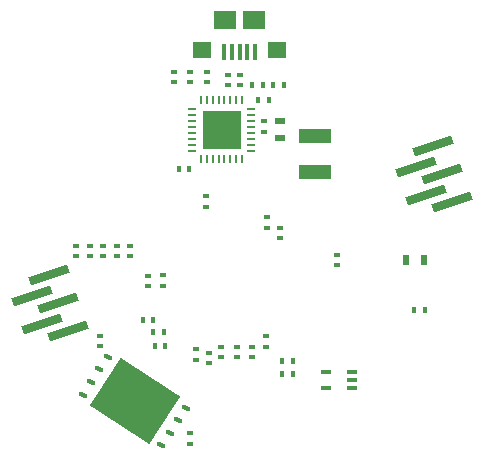
<source format=gbp>
%FSLAX24Y24*%
%MOIN*%
G70*
G01*
G75*
G04 Layer_Color=128*
%ADD10C,0.0080*%
%ADD11R,0.0650X0.1122*%
%ADD12R,0.0354X0.0118*%
G04:AMPARAMS|DCode=13|XSize=29.9mil|YSize=50mil|CornerRadius=0mil|HoleSize=0mil|Usage=FLASHONLY|Rotation=327.000|XOffset=0mil|YOffset=0mil|HoleType=Round|Shape=Rectangle|*
%AMROTATEDRECTD13*
4,1,4,-0.0262,-0.0128,0.0011,0.0291,0.0262,0.0128,-0.0011,-0.0291,-0.0262,-0.0128,0.0*
%
%ADD13ROTATEDRECTD13*%

%ADD14R,0.2598X0.2598*%
%ADD15O,0.0354X0.0098*%
%ADD16O,0.0098X0.0354*%
%ADD17O,0.0098X0.0335*%
%ADD18O,0.0335X0.0098*%
%ADD19R,0.1417X0.1417*%
G04:AMPARAMS|DCode=20|XSize=50mil|YSize=100mil|CornerRadius=0mil|HoleSize=0mil|Usage=FLASHONLY|Rotation=56.000|XOffset=0mil|YOffset=0mil|HoleType=Round|Shape=Rectangle|*
%AMROTATEDRECTD20*
4,1,4,0.0275,-0.0487,-0.0554,0.0072,-0.0275,0.0487,0.0554,-0.0072,0.0275,-0.0487,0.0*
%
%ADD20ROTATEDRECTD20*%

%ADD21R,0.0276X0.0079*%
%ADD22R,0.0157X0.0236*%
%ADD23R,0.0591X0.1024*%
%ADD24R,0.0236X0.0157*%
%ADD25R,0.0138X0.0217*%
%ADD26R,0.0335X0.0118*%
%ADD27R,0.0197X0.0315*%
%ADD28R,0.0551X0.0453*%
%ADD29R,0.0197X0.0354*%
%ADD30R,0.0394X0.0197*%
%ADD31R,0.0374X0.0335*%
%ADD32R,0.2126X0.0374*%
%ADD33R,0.1378X0.0768*%
%ADD34R,0.0984X0.1260*%
G04:AMPARAMS|DCode=35|XSize=28.7mil|YSize=135mil|CornerRadius=0mil|HoleSize=0mil|Usage=FLASHONLY|Rotation=108.600|XOffset=0mil|YOffset=0mil|HoleType=Round|Shape=Rectangle|*
%AMROTATEDRECTD35*
4,1,4,0.0686,0.0079,-0.0594,-0.0352,-0.0686,-0.0079,0.0594,0.0352,0.0686,0.0079,0.0*
%
%ADD35ROTATEDRECTD35*%

%ADD36C,0.0130*%
%ADD37C,0.0060*%
%ADD38C,0.0200*%
%ADD39C,0.0100*%
%ADD40C,0.0300*%
%ADD41C,0.0123*%
%ADD42C,0.0630*%
%ADD43R,0.0591X0.0591*%
%ADD44C,0.0591*%
%ADD45C,0.0217*%
%ADD46C,0.0315*%
%ADD47C,0.0200*%
%ADD48C,0.0400*%
%ADD49C,0.0300*%
%ADD50C,0.0220*%
%ADD51R,0.0354X0.0157*%
%ADD52O,0.0315X0.0098*%
%ADD53O,0.0098X0.0315*%
%ADD54R,0.1299X0.1299*%
G04:AMPARAMS|DCode=55|XSize=189mil|YSize=236.2mil|CornerRadius=0mil|HoleSize=0mil|Usage=FLASHONLY|Rotation=237.000|XOffset=0mil|YOffset=0mil|HoleType=Round|Shape=Rectangle|*
%AMROTATEDRECTD55*
4,1,4,-0.0476,0.1436,0.1505,0.0149,0.0476,-0.1436,-0.1505,-0.0149,-0.0476,0.1436,0.0*
%
%ADD55ROTATEDRECTD55*%

G04:AMPARAMS|DCode=56|XSize=15.7mil|YSize=31.5mil|CornerRadius=0mil|HoleSize=0mil|Usage=FLASHONLY|Rotation=237.000|XOffset=0mil|YOffset=0mil|HoleType=Round|Shape=Round|*
%AMOVALD56*
21,1,0.0157,0.0157,0.0000,0.0000,327.0*
1,1,0.0157,-0.0066,0.0043*
1,1,0.0157,0.0066,-0.0043*
%
%ADD56OVALD56*%

%ADD57R,0.1102X0.0492*%
%ADD58R,0.0157X0.0532*%
%ADD59R,0.0748X0.0630*%
%ADD60R,0.0630X0.0551*%
%ADD61R,0.0354X0.0197*%
%ADD62C,0.0150*%
%ADD63C,0.0098*%
%ADD64C,0.0039*%
%ADD65C,0.0079*%
%ADD66C,0.0050*%
%ADD67R,0.0433X0.0551*%
G04:AMPARAMS|DCode=68|XSize=54mil|YSize=31.5mil|CornerRadius=0mil|HoleSize=0mil|Usage=FLASHONLY|Rotation=108.600|XOffset=0mil|YOffset=0mil|HoleType=Round|Shape=Rectangle|*
%AMROTATEDRECTD68*
4,1,4,0.0236,-0.0205,-0.0063,-0.0306,-0.0236,0.0205,0.0063,0.0306,0.0236,-0.0205,0.0*
%
%ADD68ROTATEDRECTD68*%

%ADD69R,0.0710X0.1182*%
%ADD70R,0.0414X0.0178*%
G04:AMPARAMS|DCode=71|XSize=35.9mil|YSize=56mil|CornerRadius=0mil|HoleSize=0mil|Usage=FLASHONLY|Rotation=327.000|XOffset=0mil|YOffset=0mil|HoleType=Round|Shape=Rectangle|*
%AMROTATEDRECTD71*
4,1,4,-0.0303,-0.0137,0.0002,0.0333,0.0303,0.0137,-0.0002,-0.0333,-0.0303,-0.0137,0.0*
%
%ADD71ROTATEDRECTD71*%

%ADD72R,0.2658X0.2658*%
%ADD73O,0.0414X0.0158*%
%ADD74O,0.0158X0.0414*%
%ADD75O,0.0158X0.0395*%
%ADD76O,0.0395X0.0158*%
%ADD77R,0.1477X0.1477*%
G04:AMPARAMS|DCode=78|XSize=56mil|YSize=106mil|CornerRadius=0mil|HoleSize=0mil|Usage=FLASHONLY|Rotation=56.000|XOffset=0mil|YOffset=0mil|HoleType=Round|Shape=Rectangle|*
%AMROTATEDRECTD78*
4,1,4,0.0283,-0.0529,-0.0596,0.0064,-0.0283,0.0529,0.0596,-0.0064,0.0283,-0.0529,0.0*
%
%ADD78ROTATEDRECTD78*%

%ADD79R,0.0336X0.0139*%
%ADD80R,0.0217X0.0296*%
%ADD81R,0.0651X0.1084*%
%ADD82R,0.0296X0.0217*%
%ADD83R,0.0198X0.0277*%
%ADD84R,0.0395X0.0178*%
%ADD85R,0.0257X0.0375*%
%ADD86R,0.0611X0.0513*%
%ADD87R,0.0257X0.0414*%
%ADD88R,0.0454X0.0257*%
%ADD89R,0.0434X0.0395*%
%ADD90R,0.2186X0.0434*%
%ADD91R,0.1438X0.0828*%
%ADD92R,0.1044X0.1320*%
G04:AMPARAMS|DCode=93|XSize=34.7mil|YSize=141mil|CornerRadius=0mil|HoleSize=0mil|Usage=FLASHONLY|Rotation=108.600|XOffset=0mil|YOffset=0mil|HoleType=Round|Shape=Rectangle|*
%AMROTATEDRECTD93*
4,1,4,0.0724,0.0060,-0.0613,-0.0390,-0.0724,-0.0060,0.0613,0.0390,0.0724,0.0060,0.0*
%
%ADD93ROTATEDRECTD93*%

%ADD94C,0.0690*%
%ADD95R,0.0651X0.0651*%
%ADD96C,0.0651*%
%ADD97C,0.0297*%
%ADD98C,0.0160*%
%ADD99O,0.0375X0.0158*%
%ADD100O,0.0158X0.0375*%
%ADD101R,0.1359X0.1359*%
G04:AMPARAMS|DCode=102|XSize=195mil|YSize=242.2mil|CornerRadius=0mil|HoleSize=0mil|Usage=FLASHONLY|Rotation=237.000|XOffset=0mil|YOffset=0mil|HoleType=Round|Shape=Rectangle|*
%AMROTATEDRECTD102*
4,1,4,-0.0485,0.1477,0.1547,0.0158,0.0485,-0.1477,-0.1547,-0.0158,-0.0485,0.1477,0.0*
%
%ADD102ROTATEDRECTD102*%

G04:AMPARAMS|DCode=103|XSize=21.7mil|YSize=37.5mil|CornerRadius=0mil|HoleSize=0mil|Usage=FLASHONLY|Rotation=237.000|XOffset=0mil|YOffset=0mil|HoleType=Round|Shape=Round|*
%AMOVALD103*
21,1,0.0157,0.0217,0.0000,0.0000,327.0*
1,1,0.0217,-0.0066,0.0043*
1,1,0.0217,0.0066,-0.0043*
%
%ADD103OVALD103*%

%ADD104R,0.1162X0.0552*%
%ADD105R,0.0236X0.0610*%
%ADD106R,0.0827X0.0709*%
%ADD107R,0.0709X0.0630*%
%ADD108R,0.0414X0.0257*%
%ADD109C,0.0395*%
D22*
X6177Y-2250D02*
D03*
X5823D02*
D03*
X-2473Y-3450D02*
D03*
X-2827D02*
D03*
X-2877Y-3000D02*
D03*
X-2523D02*
D03*
X-3227Y-2600D02*
D03*
X-2873D02*
D03*
X1777Y-4400D02*
D03*
X1423D02*
D03*
X1777Y-3950D02*
D03*
X1423D02*
D03*
X-2027Y2450D02*
D03*
X-1673D02*
D03*
X977Y4750D02*
D03*
X623D02*
D03*
X1477Y5250D02*
D03*
X1123D02*
D03*
X777D02*
D03*
X423D02*
D03*
D24*
X868Y-3495D02*
D03*
Y-3141D02*
D03*
X418Y-3845D02*
D03*
Y-3491D02*
D03*
X-82Y-3845D02*
D03*
Y-3491D02*
D03*
X-632Y-3845D02*
D03*
Y-3491D02*
D03*
X-1032Y-4045D02*
D03*
Y-3691D02*
D03*
X-1450Y-3927D02*
D03*
Y-3573D02*
D03*
X-3050Y-1477D02*
D03*
Y-1123D02*
D03*
X-2560Y-1103D02*
D03*
Y-1457D02*
D03*
X-3650Y-477D02*
D03*
Y-123D02*
D03*
X-4100Y-477D02*
D03*
Y-123D02*
D03*
X-4550Y-477D02*
D03*
Y-123D02*
D03*
X-5000Y-477D02*
D03*
Y-123D02*
D03*
X-5450Y-477D02*
D03*
Y-123D02*
D03*
X-1130Y1527D02*
D03*
Y1173D02*
D03*
X800Y3673D02*
D03*
Y4027D02*
D03*
X-2200Y5677D02*
D03*
Y5323D02*
D03*
X-1650Y5677D02*
D03*
Y5323D02*
D03*
X-1100D02*
D03*
Y5677D02*
D03*
X0Y5577D02*
D03*
Y5223D02*
D03*
X-400Y5577D02*
D03*
Y5223D02*
D03*
X3250Y-423D02*
D03*
Y-777D02*
D03*
X-4650Y-3123D02*
D03*
Y-3477D02*
D03*
X-1650Y-6373D02*
D03*
Y-6727D02*
D03*
X1350Y477D02*
D03*
Y123D02*
D03*
X900Y827D02*
D03*
Y473D02*
D03*
D29*
X6145Y-600D02*
D03*
X5555D02*
D03*
D35*
X6436Y3217D02*
D03*
X5886Y2505D02*
D03*
X6754Y2269D02*
D03*
X6205Y1557D02*
D03*
X7073Y1322D02*
D03*
X-5727Y-2978D02*
D03*
X-6595Y-2743D02*
D03*
X-6046Y-2031D02*
D03*
X-6914Y-1795D02*
D03*
X-6364Y-1083D02*
D03*
D51*
X3733Y-4344D02*
D03*
Y-4600D02*
D03*
Y-4856D02*
D03*
X2867D02*
D03*
Y-4344D02*
D03*
D52*
X-1584Y3051D02*
D03*
Y3248D02*
D03*
Y3445D02*
D03*
Y3642D02*
D03*
Y3838D02*
D03*
Y4035D02*
D03*
Y4232D02*
D03*
Y4429D02*
D03*
X384D02*
D03*
Y4232D02*
D03*
Y4035D02*
D03*
Y3838D02*
D03*
Y3642D02*
D03*
Y3445D02*
D03*
Y3248D02*
D03*
Y3051D02*
D03*
D53*
X-1289Y4724D02*
D03*
X-1092D02*
D03*
X-895D02*
D03*
X-698D02*
D03*
X-502D02*
D03*
X-305D02*
D03*
X-108D02*
D03*
X89D02*
D03*
Y2756D02*
D03*
X-108D02*
D03*
X-305D02*
D03*
X-502D02*
D03*
X-698D02*
D03*
X-895D02*
D03*
X-1092D02*
D03*
X-1289D02*
D03*
D54*
X-600Y3740D02*
D03*
D55*
X-3500Y-5300D02*
D03*
D56*
X-4396Y-3824D02*
D03*
X-4668Y-4243D02*
D03*
X-4940Y-4663D02*
D03*
X-5213Y-5082D02*
D03*
X-2604Y-6776D02*
D03*
X-2332Y-6357D02*
D03*
X-2060Y-5937D02*
D03*
X-1787Y-5518D02*
D03*
D57*
X2510Y2350D02*
D03*
Y3550D02*
D03*
D58*
X-512Y6347D02*
D03*
X-256D02*
D03*
X512D02*
D03*
X256D02*
D03*
X0D02*
D03*
D59*
X472Y7400D02*
D03*
X-472D02*
D03*
D60*
X1260Y6416D02*
D03*
X-1260D02*
D03*
D61*
X1350Y3455D02*
D03*
Y4045D02*
D03*
M02*

</source>
